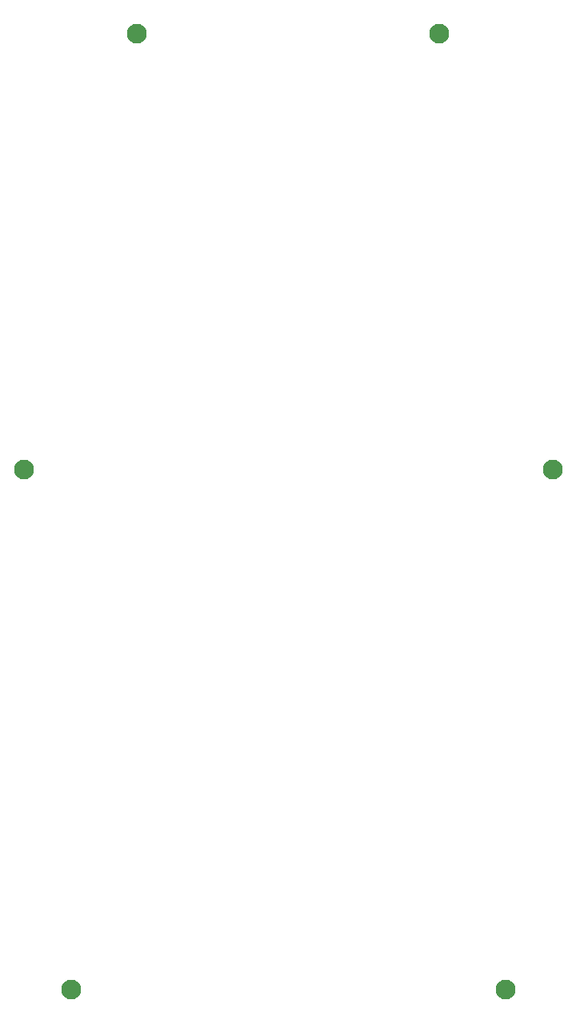
<source format=gbr>
%TF.GenerationSoftware,KiCad,Pcbnew,8.0.8*%
%TF.CreationDate,2025-04-16T18:52:08+01:00*%
%TF.ProjectId,Front_panel_Tx,46726f6e-745f-4706-916e-656c5f54782e,rev?*%
%TF.SameCoordinates,Original*%
%TF.FileFunction,Soldermask,Bot*%
%TF.FilePolarity,Negative*%
%FSLAX46Y46*%
G04 Gerber Fmt 4.6, Leading zero omitted, Abs format (unit mm)*
G04 Created by KiCad (PCBNEW 8.0.8) date 2025-04-16 18:52:08*
%MOMM*%
%LPD*%
G01*
G04 APERTURE LIST*
%ADD10C,2.100000*%
G04 APERTURE END LIST*
D10*
%TO.C,H6*%
X146500000Y-46500000D03*
%TD*%
%TO.C,H5*%
X114500000Y-46500000D03*
%TD*%
%TO.C,H4*%
X153500000Y-147500000D03*
%TD*%
%TO.C,H3*%
X107500000Y-147500000D03*
%TD*%
%TO.C,H2*%
X158500000Y-92500000D03*
%TD*%
%TO.C,H1*%
X102500000Y-92500000D03*
%TD*%
M02*

</source>
